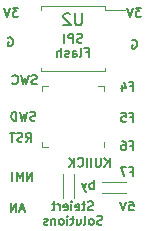
<source format=gbr>
G04 #@! TF.GenerationSoftware,KiCad,Pcbnew,5.99.0-unknown-c3175b4~86~ubuntu16.04.1*
G04 #@! TF.CreationDate,2020-03-16T03:04:42+00:00*
G04 #@! TF.ProjectId,kuiick,6b756969-636b-42e6-9b69-6361645f7063,rev?*
G04 #@! TF.SameCoordinates,Original*
G04 #@! TF.FileFunction,Legend,Bot*
G04 #@! TF.FilePolarity,Positive*
%FSLAX46Y46*%
G04 Gerber Fmt 4.6, Leading zero omitted, Abs format (unit mm)*
G04 Created by KiCad (PCBNEW 5.99.0-unknown-c3175b4~86~ubuntu16.04.1) date 2020-03-16 03:04:42*
%MOMM*%
%LPD*%
G04 APERTURE LIST*
%ADD10C,0.150000*%
%ADD11C,0.120000*%
G04 APERTURE END LIST*
D10*
X151696428Y-107899821D02*
X151589285Y-107935535D01*
X151410714Y-107935535D01*
X151339285Y-107899821D01*
X151303571Y-107864107D01*
X151267857Y-107792678D01*
X151267857Y-107721250D01*
X151303571Y-107649821D01*
X151339285Y-107614107D01*
X151410714Y-107578392D01*
X151553571Y-107542678D01*
X151625000Y-107506964D01*
X151660714Y-107471250D01*
X151696428Y-107399821D01*
X151696428Y-107328392D01*
X151660714Y-107256964D01*
X151625000Y-107221250D01*
X151553571Y-107185535D01*
X151375000Y-107185535D01*
X151267857Y-107221250D01*
X151053571Y-107435535D02*
X150767857Y-107435535D01*
X150946428Y-107185535D02*
X150946428Y-107828392D01*
X150910714Y-107899821D01*
X150839285Y-107935535D01*
X150767857Y-107935535D01*
X150232142Y-107899821D02*
X150303571Y-107935535D01*
X150446428Y-107935535D01*
X150517857Y-107899821D01*
X150553571Y-107828392D01*
X150553571Y-107542678D01*
X150517857Y-107471250D01*
X150446428Y-107435535D01*
X150303571Y-107435535D01*
X150232142Y-107471250D01*
X150196428Y-107542678D01*
X150196428Y-107614107D01*
X150553571Y-107685535D01*
X149875000Y-107935535D02*
X149875000Y-107435535D01*
X149875000Y-107185535D02*
X149910714Y-107221250D01*
X149875000Y-107256964D01*
X149839285Y-107221250D01*
X149875000Y-107185535D01*
X149875000Y-107256964D01*
X149232142Y-107899821D02*
X149303571Y-107935535D01*
X149446428Y-107935535D01*
X149517857Y-107899821D01*
X149553571Y-107828392D01*
X149553571Y-107542678D01*
X149517857Y-107471250D01*
X149446428Y-107435535D01*
X149303571Y-107435535D01*
X149232142Y-107471250D01*
X149196428Y-107542678D01*
X149196428Y-107614107D01*
X149553571Y-107685535D01*
X148875000Y-107935535D02*
X148875000Y-107435535D01*
X148875000Y-107578392D02*
X148839285Y-107506964D01*
X148803571Y-107471250D01*
X148732142Y-107435535D01*
X148660714Y-107435535D01*
X148517857Y-107435535D02*
X148232142Y-107435535D01*
X148410714Y-107185535D02*
X148410714Y-107828392D01*
X148375000Y-107899821D01*
X148303571Y-107935535D01*
X148232142Y-107935535D01*
X152464285Y-109107321D02*
X152357142Y-109143035D01*
X152178571Y-109143035D01*
X152107142Y-109107321D01*
X152071428Y-109071607D01*
X152035714Y-109000178D01*
X152035714Y-108928750D01*
X152071428Y-108857321D01*
X152107142Y-108821607D01*
X152178571Y-108785892D01*
X152321428Y-108750178D01*
X152392857Y-108714464D01*
X152428571Y-108678750D01*
X152464285Y-108607321D01*
X152464285Y-108535892D01*
X152428571Y-108464464D01*
X152392857Y-108428750D01*
X152321428Y-108393035D01*
X152142857Y-108393035D01*
X152035714Y-108428750D01*
X151607142Y-109143035D02*
X151678571Y-109107321D01*
X151714285Y-109071607D01*
X151750000Y-109000178D01*
X151750000Y-108785892D01*
X151714285Y-108714464D01*
X151678571Y-108678750D01*
X151607142Y-108643035D01*
X151500000Y-108643035D01*
X151428571Y-108678750D01*
X151392857Y-108714464D01*
X151357142Y-108785892D01*
X151357142Y-109000178D01*
X151392857Y-109071607D01*
X151428571Y-109107321D01*
X151500000Y-109143035D01*
X151607142Y-109143035D01*
X150928571Y-109143035D02*
X151000000Y-109107321D01*
X151035714Y-109035892D01*
X151035714Y-108393035D01*
X150321428Y-108643035D02*
X150321428Y-109143035D01*
X150642857Y-108643035D02*
X150642857Y-109035892D01*
X150607142Y-109107321D01*
X150535714Y-109143035D01*
X150428571Y-109143035D01*
X150357142Y-109107321D01*
X150321428Y-109071607D01*
X150071428Y-108643035D02*
X149785714Y-108643035D01*
X149964285Y-108393035D02*
X149964285Y-109035892D01*
X149928571Y-109107321D01*
X149857142Y-109143035D01*
X149785714Y-109143035D01*
X149535714Y-109143035D02*
X149535714Y-108643035D01*
X149535714Y-108393035D02*
X149571428Y-108428750D01*
X149535714Y-108464464D01*
X149500000Y-108428750D01*
X149535714Y-108393035D01*
X149535714Y-108464464D01*
X149071428Y-109143035D02*
X149142857Y-109107321D01*
X149178571Y-109071607D01*
X149214285Y-109000178D01*
X149214285Y-108785892D01*
X149178571Y-108714464D01*
X149142857Y-108678750D01*
X149071428Y-108643035D01*
X148964285Y-108643035D01*
X148892857Y-108678750D01*
X148857142Y-108714464D01*
X148821428Y-108785892D01*
X148821428Y-109000178D01*
X148857142Y-109071607D01*
X148892857Y-109107321D01*
X148964285Y-109143035D01*
X149071428Y-109143035D01*
X148500000Y-108643035D02*
X148500000Y-109143035D01*
X148500000Y-108714464D02*
X148464285Y-108678750D01*
X148392857Y-108643035D01*
X148285714Y-108643035D01*
X148214285Y-108678750D01*
X148178571Y-108750178D01*
X148178571Y-109143035D01*
X147857142Y-109107321D02*
X147785714Y-109143035D01*
X147642857Y-109143035D01*
X147571428Y-109107321D01*
X147535714Y-109035892D01*
X147535714Y-109000178D01*
X147571428Y-108928750D01*
X147642857Y-108893035D01*
X147750000Y-108893035D01*
X147821428Y-108857321D01*
X147857142Y-108785892D01*
X147857142Y-108750178D01*
X147821428Y-108678750D01*
X147750000Y-108643035D01*
X147642857Y-108643035D01*
X147571428Y-108678750D01*
X151746428Y-106139285D02*
X151746428Y-105389285D01*
X151746428Y-105675000D02*
X151675000Y-105639285D01*
X151532142Y-105639285D01*
X151460714Y-105675000D01*
X151425000Y-105710714D01*
X151389285Y-105782142D01*
X151389285Y-105996428D01*
X151425000Y-106067857D01*
X151460714Y-106103571D01*
X151532142Y-106139285D01*
X151675000Y-106139285D01*
X151746428Y-106103571D01*
X151139285Y-105639285D02*
X150960714Y-106139285D01*
X150782142Y-105639285D02*
X150960714Y-106139285D01*
X151032142Y-106317857D01*
X151067857Y-106353571D01*
X151139285Y-106389285D01*
X153096428Y-104239285D02*
X153096428Y-103489285D01*
X152667857Y-104239285D02*
X152989285Y-103810714D01*
X152667857Y-103489285D02*
X153096428Y-103917857D01*
X152346428Y-103489285D02*
X152346428Y-104096428D01*
X152310714Y-104167857D01*
X152275000Y-104203571D01*
X152203571Y-104239285D01*
X152060714Y-104239285D01*
X151989285Y-104203571D01*
X151953571Y-104167857D01*
X151917857Y-104096428D01*
X151917857Y-103489285D01*
X151560714Y-104239285D02*
X151560714Y-103489285D01*
X151203571Y-104239285D02*
X151203571Y-103489285D01*
X150417857Y-104167857D02*
X150453571Y-104203571D01*
X150560714Y-104239285D01*
X150632142Y-104239285D01*
X150739285Y-104203571D01*
X150810714Y-104132142D01*
X150846428Y-104060714D01*
X150882142Y-103917857D01*
X150882142Y-103810714D01*
X150846428Y-103667857D01*
X150810714Y-103596428D01*
X150739285Y-103525000D01*
X150632142Y-103489285D01*
X150560714Y-103489285D01*
X150453571Y-103525000D01*
X150417857Y-103560714D01*
X150096428Y-104239285D02*
X150096428Y-103489285D01*
X149667857Y-104239285D02*
X149989285Y-103810714D01*
X149667857Y-103489285D02*
X150096428Y-103917857D01*
X150767857Y-93699821D02*
X150660714Y-93735535D01*
X150482142Y-93735535D01*
X150410714Y-93699821D01*
X150375000Y-93664107D01*
X150339285Y-93592678D01*
X150339285Y-93521250D01*
X150375000Y-93449821D01*
X150410714Y-93414107D01*
X150482142Y-93378392D01*
X150625000Y-93342678D01*
X150696428Y-93306964D01*
X150732142Y-93271250D01*
X150767857Y-93199821D01*
X150767857Y-93128392D01*
X150732142Y-93056964D01*
X150696428Y-93021250D01*
X150625000Y-92985535D01*
X150446428Y-92985535D01*
X150339285Y-93021250D01*
X150017857Y-93735535D02*
X150017857Y-92985535D01*
X149732142Y-92985535D01*
X149660714Y-93021250D01*
X149625000Y-93056964D01*
X149589285Y-93128392D01*
X149589285Y-93235535D01*
X149625000Y-93306964D01*
X149660714Y-93342678D01*
X149732142Y-93378392D01*
X150017857Y-93378392D01*
X149267857Y-93735535D02*
X149267857Y-92985535D01*
X151071428Y-94550178D02*
X151321428Y-94550178D01*
X151321428Y-94943035D02*
X151321428Y-94193035D01*
X150964285Y-94193035D01*
X150571428Y-94943035D02*
X150642857Y-94907321D01*
X150678571Y-94835892D01*
X150678571Y-94193035D01*
X149964285Y-94943035D02*
X149964285Y-94550178D01*
X150000000Y-94478750D01*
X150071428Y-94443035D01*
X150214285Y-94443035D01*
X150285714Y-94478750D01*
X149964285Y-94907321D02*
X150035714Y-94943035D01*
X150214285Y-94943035D01*
X150285714Y-94907321D01*
X150321428Y-94835892D01*
X150321428Y-94764464D01*
X150285714Y-94693035D01*
X150214285Y-94657321D01*
X150035714Y-94657321D01*
X149964285Y-94621607D01*
X149642857Y-94907321D02*
X149571428Y-94943035D01*
X149428571Y-94943035D01*
X149357142Y-94907321D01*
X149321428Y-94835892D01*
X149321428Y-94800178D01*
X149357142Y-94728750D01*
X149428571Y-94693035D01*
X149535714Y-94693035D01*
X149607142Y-94657321D01*
X149642857Y-94585892D01*
X149642857Y-94550178D01*
X149607142Y-94478750D01*
X149535714Y-94443035D01*
X149428571Y-94443035D01*
X149357142Y-94478750D01*
X149000000Y-94943035D02*
X149000000Y-94193035D01*
X148678571Y-94943035D02*
X148678571Y-94550178D01*
X148714285Y-94478750D01*
X148785714Y-94443035D01*
X148892857Y-94443035D01*
X148964285Y-94478750D01*
X149000000Y-94514464D01*
X155771428Y-90789285D02*
X155307142Y-90789285D01*
X155557142Y-91075000D01*
X155450000Y-91075000D01*
X155378571Y-91110714D01*
X155342857Y-91146428D01*
X155307142Y-91217857D01*
X155307142Y-91396428D01*
X155342857Y-91467857D01*
X155378571Y-91503571D01*
X155450000Y-91539285D01*
X155664285Y-91539285D01*
X155735714Y-91503571D01*
X155771428Y-91467857D01*
X155092857Y-90789285D02*
X154842857Y-91539285D01*
X154592857Y-90789285D01*
X155003571Y-93525000D02*
X155075000Y-93489285D01*
X155182142Y-93489285D01*
X155289285Y-93525000D01*
X155360714Y-93596428D01*
X155396428Y-93667857D01*
X155432142Y-93810714D01*
X155432142Y-93917857D01*
X155396428Y-94060714D01*
X155360714Y-94132142D01*
X155289285Y-94203571D01*
X155182142Y-94239285D01*
X155110714Y-94239285D01*
X155003571Y-94203571D01*
X154967857Y-94167857D01*
X154967857Y-93917857D01*
X155110714Y-93917857D01*
X144503571Y-93325000D02*
X144575000Y-93289285D01*
X144682142Y-93289285D01*
X144789285Y-93325000D01*
X144860714Y-93396428D01*
X144896428Y-93467857D01*
X144932142Y-93610714D01*
X144932142Y-93717857D01*
X144896428Y-93860714D01*
X144860714Y-93932142D01*
X144789285Y-94003571D01*
X144682142Y-94039285D01*
X144610714Y-94039285D01*
X144503571Y-94003571D01*
X144467857Y-93967857D01*
X144467857Y-93717857D01*
X144610714Y-93717857D01*
X145371428Y-90789285D02*
X144907142Y-90789285D01*
X145157142Y-91075000D01*
X145050000Y-91075000D01*
X144978571Y-91110714D01*
X144942857Y-91146428D01*
X144907142Y-91217857D01*
X144907142Y-91396428D01*
X144942857Y-91467857D01*
X144978571Y-91503571D01*
X145050000Y-91539285D01*
X145264285Y-91539285D01*
X145335714Y-91503571D01*
X145371428Y-91467857D01*
X144692857Y-90789285D02*
X144442857Y-91539285D01*
X144192857Y-90789285D01*
X154850000Y-104646428D02*
X155100000Y-104646428D01*
X155100000Y-105039285D02*
X155100000Y-104289285D01*
X154742857Y-104289285D01*
X154528571Y-104289285D02*
X154028571Y-104289285D01*
X154350000Y-105039285D01*
X154850000Y-102446428D02*
X155100000Y-102446428D01*
X155100000Y-102839285D02*
X155100000Y-102089285D01*
X154742857Y-102089285D01*
X154135714Y-102089285D02*
X154278571Y-102089285D01*
X154350000Y-102125000D01*
X154385714Y-102160714D01*
X154457142Y-102267857D01*
X154492857Y-102410714D01*
X154492857Y-102696428D01*
X154457142Y-102767857D01*
X154421428Y-102803571D01*
X154350000Y-102839285D01*
X154207142Y-102839285D01*
X154135714Y-102803571D01*
X154100000Y-102767857D01*
X154064285Y-102696428D01*
X154064285Y-102517857D01*
X154100000Y-102446428D01*
X154135714Y-102410714D01*
X154207142Y-102375000D01*
X154350000Y-102375000D01*
X154421428Y-102410714D01*
X154457142Y-102446428D01*
X154492857Y-102517857D01*
X154850000Y-100046428D02*
X155100000Y-100046428D01*
X155100000Y-100439285D02*
X155100000Y-99689285D01*
X154742857Y-99689285D01*
X154100000Y-99689285D02*
X154457142Y-99689285D01*
X154492857Y-100046428D01*
X154457142Y-100010714D01*
X154385714Y-99975000D01*
X154207142Y-99975000D01*
X154135714Y-100010714D01*
X154100000Y-100046428D01*
X154064285Y-100117857D01*
X154064285Y-100296428D01*
X154100000Y-100367857D01*
X154135714Y-100403571D01*
X154207142Y-100439285D01*
X154385714Y-100439285D01*
X154457142Y-100403571D01*
X154492857Y-100367857D01*
X154850000Y-97446428D02*
X155100000Y-97446428D01*
X155100000Y-97839285D02*
X155100000Y-97089285D01*
X154742857Y-97089285D01*
X154135714Y-97339285D02*
X154135714Y-97839285D01*
X154314285Y-97053571D02*
X154492857Y-97589285D01*
X154028571Y-97589285D01*
X154742857Y-107189285D02*
X155100000Y-107189285D01*
X155135714Y-107546428D01*
X155100000Y-107510714D01*
X155028571Y-107475000D01*
X154850000Y-107475000D01*
X154778571Y-107510714D01*
X154742857Y-107546428D01*
X154707142Y-107617857D01*
X154707142Y-107796428D01*
X154742857Y-107867857D01*
X154778571Y-107903571D01*
X154850000Y-107939285D01*
X155028571Y-107939285D01*
X155100000Y-107903571D01*
X155135714Y-107867857D01*
X154492857Y-107189285D02*
X154242857Y-107939285D01*
X153992857Y-107189285D01*
X145871428Y-107825000D02*
X145514285Y-107825000D01*
X145942857Y-108039285D02*
X145692857Y-107289285D01*
X145442857Y-108039285D01*
X145192857Y-108039285D02*
X145192857Y-107289285D01*
X144764285Y-108039285D01*
X144764285Y-107289285D01*
X146521428Y-105439285D02*
X146521428Y-104689285D01*
X146092857Y-105439285D01*
X146092857Y-104689285D01*
X145735714Y-105439285D02*
X145735714Y-104689285D01*
X145485714Y-105225000D01*
X145235714Y-104689285D01*
X145235714Y-105439285D01*
X144878571Y-105439285D02*
X144878571Y-104689285D01*
X146010714Y-102139285D02*
X146260714Y-101782142D01*
X146439285Y-102139285D02*
X146439285Y-101389285D01*
X146153571Y-101389285D01*
X146082142Y-101425000D01*
X146046428Y-101460714D01*
X146010714Y-101532142D01*
X146010714Y-101639285D01*
X146046428Y-101710714D01*
X146082142Y-101746428D01*
X146153571Y-101782142D01*
X146439285Y-101782142D01*
X145725000Y-102103571D02*
X145617857Y-102139285D01*
X145439285Y-102139285D01*
X145367857Y-102103571D01*
X145332142Y-102067857D01*
X145296428Y-101996428D01*
X145296428Y-101925000D01*
X145332142Y-101853571D01*
X145367857Y-101817857D01*
X145439285Y-101782142D01*
X145582142Y-101746428D01*
X145653571Y-101710714D01*
X145689285Y-101675000D01*
X145725000Y-101603571D01*
X145725000Y-101532142D01*
X145689285Y-101460714D01*
X145653571Y-101425000D01*
X145582142Y-101389285D01*
X145403571Y-101389285D01*
X145296428Y-101425000D01*
X145082142Y-101389285D02*
X144653571Y-101389285D01*
X144867857Y-102139285D02*
X144867857Y-101389285D01*
X146917857Y-97203571D02*
X146810714Y-97239285D01*
X146632142Y-97239285D01*
X146560714Y-97203571D01*
X146525000Y-97167857D01*
X146489285Y-97096428D01*
X146489285Y-97025000D01*
X146525000Y-96953571D01*
X146560714Y-96917857D01*
X146632142Y-96882142D01*
X146775000Y-96846428D01*
X146846428Y-96810714D01*
X146882142Y-96775000D01*
X146917857Y-96703571D01*
X146917857Y-96632142D01*
X146882142Y-96560714D01*
X146846428Y-96525000D01*
X146775000Y-96489285D01*
X146596428Y-96489285D01*
X146489285Y-96525000D01*
X146239285Y-96489285D02*
X146060714Y-97239285D01*
X145917857Y-96703571D01*
X145775000Y-97239285D01*
X145596428Y-96489285D01*
X144882142Y-97167857D02*
X144917857Y-97203571D01*
X145025000Y-97239285D01*
X145096428Y-97239285D01*
X145203571Y-97203571D01*
X145275000Y-97132142D01*
X145310714Y-97060714D01*
X145346428Y-96917857D01*
X145346428Y-96810714D01*
X145310714Y-96667857D01*
X145275000Y-96596428D01*
X145203571Y-96525000D01*
X145096428Y-96489285D01*
X145025000Y-96489285D01*
X144917857Y-96525000D01*
X144882142Y-96560714D01*
X146817857Y-100303571D02*
X146710714Y-100339285D01*
X146532142Y-100339285D01*
X146460714Y-100303571D01*
X146425000Y-100267857D01*
X146389285Y-100196428D01*
X146389285Y-100125000D01*
X146425000Y-100053571D01*
X146460714Y-100017857D01*
X146532142Y-99982142D01*
X146675000Y-99946428D01*
X146746428Y-99910714D01*
X146782142Y-99875000D01*
X146817857Y-99803571D01*
X146817857Y-99732142D01*
X146782142Y-99660714D01*
X146746428Y-99625000D01*
X146675000Y-99589285D01*
X146496428Y-99589285D01*
X146389285Y-99625000D01*
X146139285Y-99589285D02*
X145960714Y-100339285D01*
X145817857Y-99803571D01*
X145675000Y-100339285D01*
X145496428Y-99589285D01*
X145210714Y-100339285D02*
X145210714Y-99589285D01*
X145032142Y-99589285D01*
X144925000Y-99625000D01*
X144853571Y-99696428D01*
X144817857Y-99767857D01*
X144782142Y-99910714D01*
X144782142Y-100017857D01*
X144817857Y-100160714D01*
X144853571Y-100232142D01*
X144925000Y-100303571D01*
X145032142Y-100339285D01*
X145210714Y-100339285D01*
D11*
X152725000Y-90935000D02*
X154400000Y-90935000D01*
X152725000Y-90675000D02*
X152725000Y-90935000D01*
X150000000Y-90675000D02*
X152725000Y-90675000D01*
X147275000Y-90675000D02*
X147275000Y-90935000D01*
X150000000Y-90675000D02*
X147275000Y-90675000D01*
X152725000Y-96125000D02*
X152725000Y-95865000D01*
X150000000Y-96125000D02*
X152725000Y-96125000D01*
X147275000Y-96125000D02*
X147275000Y-95865000D01*
X150000000Y-96125000D02*
X147275000Y-96125000D01*
X149150000Y-104900000D02*
X149150000Y-106900000D01*
X150050000Y-104900000D02*
X150050000Y-106900000D01*
X154500000Y-105550000D02*
X152500000Y-105550000D01*
X154500000Y-106450000D02*
X152500000Y-106450000D01*
X152610000Y-102135000D02*
X152610000Y-102610000D01*
X147390000Y-97390000D02*
X147865000Y-97390000D01*
X147390000Y-97865000D02*
X147390000Y-97390000D01*
X147390000Y-102610000D02*
X147865000Y-102610000D01*
X147390000Y-102135000D02*
X147390000Y-102610000D01*
X152610000Y-97390000D02*
X152135000Y-97390000D01*
X152610000Y-97865000D02*
X152610000Y-97390000D01*
D10*
X150761904Y-91252380D02*
X150761904Y-92061904D01*
X150714285Y-92157142D01*
X150666666Y-92204761D01*
X150571428Y-92252380D01*
X150380952Y-92252380D01*
X150285714Y-92204761D01*
X150238095Y-92157142D01*
X150190476Y-92061904D01*
X150190476Y-91252380D01*
X149761904Y-91347619D02*
X149714285Y-91300000D01*
X149619047Y-91252380D01*
X149380952Y-91252380D01*
X149285714Y-91300000D01*
X149238095Y-91347619D01*
X149190476Y-91442857D01*
X149190476Y-91538095D01*
X149238095Y-91680952D01*
X149809523Y-92252380D01*
X149190476Y-92252380D01*
M02*

</source>
